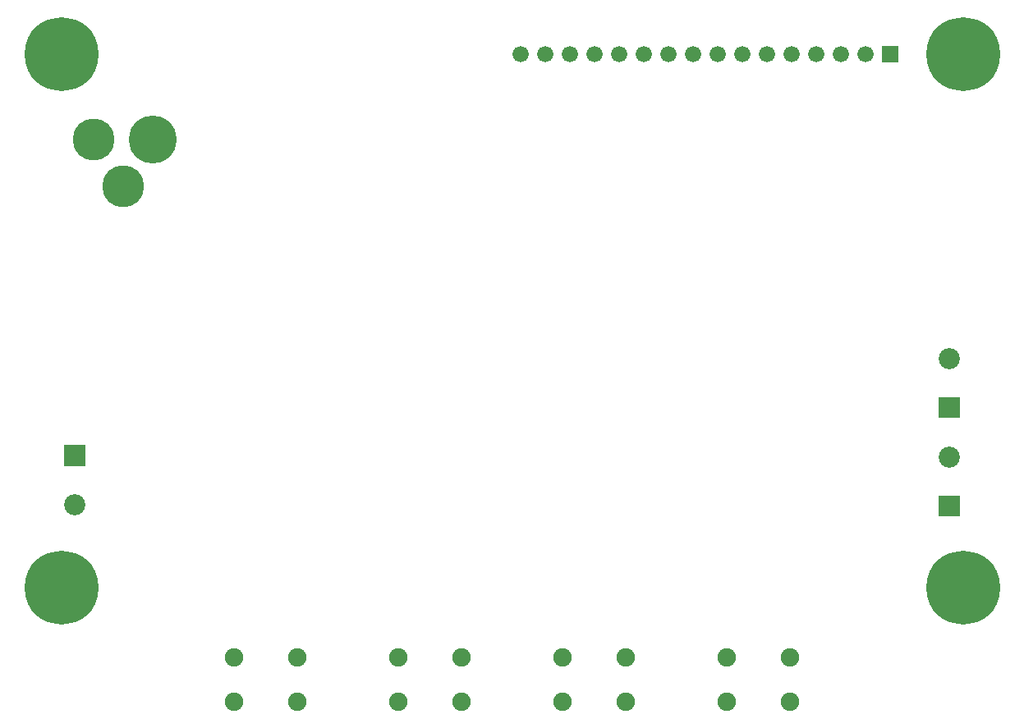
<source format=gbr>
G04 start of page 7 for group -4062 idx -4062 *
G04 Title: (unknown), soldermask *
G04 Creator: pcb 4.0.2 *
G04 CreationDate: Thu Jul  2 20:29:44 2020 UTC *
G04 For: ndholmes *
G04 Format: Gerber/RS-274X *
G04 PCB-Dimensions (mil): 4000.00 2900.00 *
G04 PCB-Coordinate-Origin: lower left *
%MOIN*%
%FSLAX25Y25*%
%LNBOTTOMMASK*%
%ADD69C,0.1700*%
%ADD68C,0.1950*%
%ADD67C,0.0750*%
%ADD66C,0.0860*%
%ADD65C,0.0660*%
%ADD64C,0.0001*%
%ADD63C,0.2997*%
G54D63*X383000Y273000D03*
G54D64*G36*
X350200Y276300D02*Y269700D01*
X356800D01*
Y276300D01*
X350200D01*
G37*
G54D65*X343500Y273000D03*
X333500D03*
X323500D03*
X313500D03*
X303500D03*
X293500D03*
X283500D03*
X273500D03*
X263500D03*
X253500D03*
X243500D03*
X233500D03*
X223500D03*
X213500D03*
X203500D03*
G54D63*X17000Y56500D03*
G54D64*G36*
X18200Y114300D02*Y105700D01*
X26800D01*
Y114300D01*
X18200D01*
G37*
G54D66*X22500Y90000D03*
G54D67*X153905Y10142D03*
Y27858D03*
G54D63*X17000Y273000D03*
G54D67*X112795Y10142D03*
X87205D03*
X112795Y27858D03*
X87205D03*
G54D68*X54000Y238500D03*
G54D69*X30000D03*
X42000Y219500D03*
G54D67*X179495Y10142D03*
X246095D03*
X220505D03*
X312795D03*
X287205D03*
X179495Y27858D03*
X246095D03*
X220505D03*
X312795D03*
X287205D03*
G54D63*X383000Y56500D03*
G54D64*G36*
X373200Y133800D02*Y125200D01*
X381800D01*
Y133800D01*
X373200D01*
G37*
G54D66*X377500Y109500D03*
Y149500D03*
G54D64*G36*
X373200Y93800D02*Y85200D01*
X381800D01*
Y93800D01*
X373200D01*
G37*
M02*

</source>
